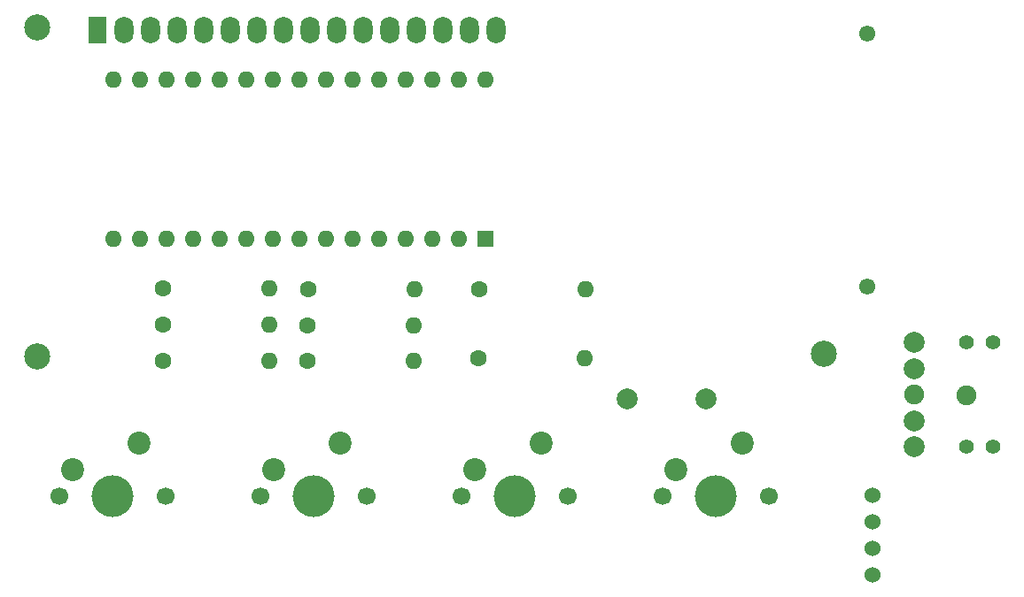
<source format=gbr>
%TF.GenerationSoftware,KiCad,Pcbnew,7.0.1*%
%TF.CreationDate,2024-03-20T11:55:58+03:00*%
%TF.ProjectId,TZXDuino,545a5844-7569-46e6-9f2e-6b696361645f,rev?*%
%TF.SameCoordinates,Original*%
%TF.FileFunction,Soldermask,Top*%
%TF.FilePolarity,Negative*%
%FSLAX46Y46*%
G04 Gerber Fmt 4.6, Leading zero omitted, Abs format (unit mm)*
G04 Created by KiCad (PCBNEW 7.0.1) date 2024-03-20 11:55:58*
%MOMM*%
%LPD*%
G01*
G04 APERTURE LIST*
%ADD10C,2.500000*%
%ADD11C,1.700000*%
%ADD12C,4.000000*%
%ADD13C,2.200000*%
%ADD14R,1.800000X2.600000*%
%ADD15O,1.800000X2.600000*%
%ADD16O,1.600000X1.600000*%
%ADD17R,1.600000X1.600000*%
%ADD18C,1.600000*%
%ADD19C,1.524000*%
%ADD20C,2.000000*%
%ADD21C,1.900000*%
%ADD22C,1.400000*%
%ADD23C,1.550000*%
G04 APERTURE END LIST*
D10*
%TO.C,h2*%
X90750000Y-100800000D03*
%TD*%
%TO.C,h1*%
X90750000Y-69300000D03*
%TD*%
%TO.C,h3*%
X165950000Y-100600000D03*
%TD*%
D11*
%TO.C,SW4*%
X150515000Y-114240000D03*
D12*
X155595000Y-114240000D03*
D11*
X160675000Y-114240000D03*
D13*
X158135000Y-109160000D03*
X151785000Y-111700000D03*
%TD*%
%TO.C,SW3*%
X132567500Y-111700000D03*
X138917500Y-109160000D03*
D11*
X141457500Y-114240000D03*
D12*
X136377500Y-114240000D03*
D11*
X131297500Y-114240000D03*
%TD*%
%TO.C,SW2*%
X112079900Y-114240000D03*
D12*
X117159900Y-114240000D03*
D11*
X122239900Y-114240000D03*
D13*
X119699900Y-109160000D03*
X113349900Y-111700000D03*
%TD*%
D11*
%TO.C,SW1*%
X92862400Y-114240000D03*
D12*
X97942400Y-114240000D03*
D11*
X103022400Y-114240000D03*
D13*
X100482400Y-109160000D03*
X94132400Y-111700000D03*
%TD*%
D14*
%TO.C,U2*%
X96469200Y-69596000D03*
D15*
X99009200Y-69596000D03*
X101549200Y-69596000D03*
X104089200Y-69596000D03*
X106629200Y-69596000D03*
X109169200Y-69596000D03*
X111709200Y-69596000D03*
X114249200Y-69596000D03*
X116789200Y-69596000D03*
X119329200Y-69596000D03*
X121869200Y-69596000D03*
X124409200Y-69596000D03*
X126949200Y-69596000D03*
X129489200Y-69596000D03*
X132029200Y-69596000D03*
X134569200Y-69596000D03*
%TD*%
D16*
%TO.C,U1*%
X133604000Y-74320400D03*
X131064000Y-74320400D03*
X128524000Y-74320400D03*
X125984000Y-74320400D03*
X123444000Y-74320400D03*
X120904000Y-74320400D03*
X118364000Y-74320400D03*
X115824000Y-74320400D03*
X113284000Y-74320400D03*
X110744000Y-74320400D03*
X108204000Y-74320400D03*
X105664000Y-74320400D03*
X103124000Y-74320400D03*
X100584000Y-74320400D03*
X98044000Y-74320400D03*
X98044000Y-89560400D03*
X100584000Y-89560400D03*
X103124000Y-89560400D03*
X105664000Y-89560400D03*
X108204000Y-89560400D03*
X110744000Y-89560400D03*
X113284000Y-89560400D03*
X115824000Y-89560400D03*
X118364000Y-89560400D03*
X120904000Y-89560400D03*
X123444000Y-89560400D03*
X125984000Y-89560400D03*
X128524000Y-89560400D03*
X131064000Y-89560400D03*
D17*
X133604000Y-89560400D03*
%TD*%
D16*
%TO.C,R4*%
X112877600Y-94335600D03*
D18*
X102717600Y-94335600D03*
%TD*%
D19*
%TO.C,J3*%
X170582400Y-114122600D03*
X170582400Y-116662600D03*
X170582400Y-119202600D03*
X170582400Y-121742600D03*
%TD*%
D16*
%TO.C,R7*%
X126796800Y-94386400D03*
D18*
X116636800Y-94386400D03*
%TD*%
D16*
%TO.C,R6*%
X126746000Y-97840800D03*
D18*
X116586000Y-97840800D03*
%TD*%
D20*
%TO.C,J2*%
X154670000Y-104900000D03*
X147070000Y-104900000D03*
%TD*%
%TO.C,J5*%
X174550000Y-109500000D03*
D21*
X179510000Y-104580000D03*
D20*
X174550000Y-99500000D03*
X174550000Y-102000000D03*
D21*
X174550000Y-104500000D03*
D20*
X174550000Y-107000000D03*
D22*
X179550000Y-99500000D03*
X179550000Y-109500000D03*
X182050000Y-99500000D03*
X182050000Y-109500000D03*
%TD*%
D23*
%TO.C,J1*%
X170027600Y-94160800D03*
X170027600Y-69900800D03*
%TD*%
D16*
%TO.C,R8*%
X143103600Y-94386400D03*
D18*
X132943600Y-94386400D03*
%TD*%
D16*
%TO.C,R2*%
X112877600Y-101244400D03*
D18*
X102717600Y-101244400D03*
%TD*%
D16*
%TO.C,R5*%
X126695200Y-101295200D03*
D18*
X116535200Y-101295200D03*
%TD*%
D16*
%TO.C,R3*%
X112877600Y-97790000D03*
D18*
X102717600Y-97790000D03*
%TD*%
D16*
%TO.C,R1*%
X143052800Y-100990400D03*
D18*
X132892800Y-100990400D03*
%TD*%
M02*

</source>
